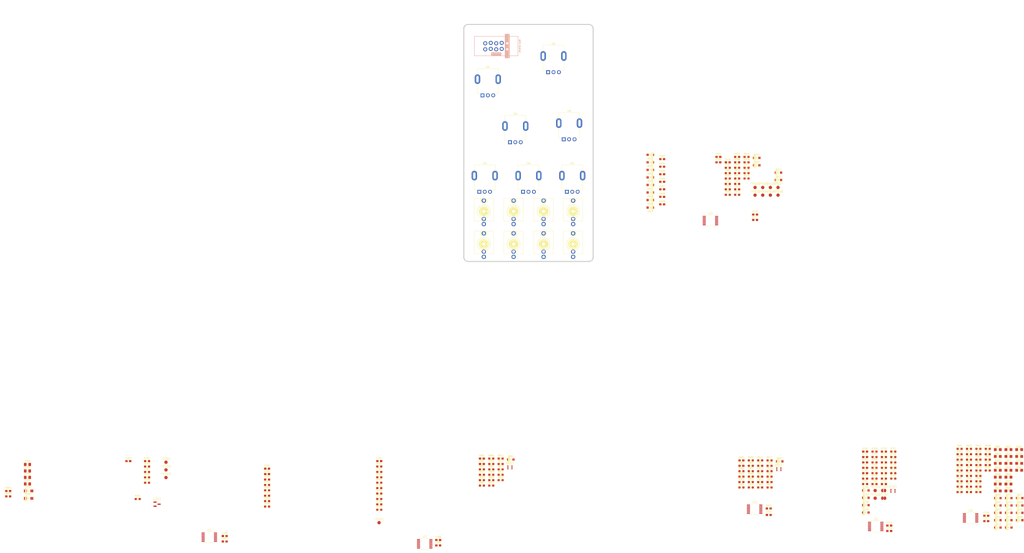
<source format=kicad_pcb>
(kicad_pcb (version 20221018) (generator pcbnew)
  (title_block (title "Neptune") (date "2023-07-20") (rev "v0") (company "Winterbloom") (comment 1 "Carson Walls") (comment 2 "CERN-OHL-P v2") (comment 3 "neptune.wntr.dev"))
  (layers (0 "F.Cu" signal) (1 "In1.Cu" signal) (2 "In2.Cu" signal) (31 "B.Cu" signal) (34 "B.Paste" user) (35 "F.Paste" user) (36 "B.SilkS" user "B.Silkscreen") (37 "F.SilkS" user "F.Silkscreen") (38 "B.Mask" user) (39 "F.Mask" user) (44 "Edge.Cuts" user))
  (net 0 "")
  (net 1 "+12V")
  (net 2 "GND")
  (net 3 "-12V")
  (net 4 "/Power/2.5v unbuffered")
  (net 5 "/Filter Core/LOW_PASS_IN")
  (net 6 "Net-(U1C--)")
  (net 7 "Net-(U1D-+)")
  (net 8 "/Cutoff CV Driver/CUTOFF_OUT")
  (net 9 "Net-(U2B--)")
  (net 10 "Net-(D503-A)")
  (net 11 "Net-(U3B--)")
  (net 12 "Net-(D510-K)")
  (net 13 "Net-(U3C--)")
  (net 14 "Net-(D503-K)")
  (net 15 "/Filter Core/RESONANCE_IN")
  (net 16 "Net-(D504-K)")
  (net 17 "/Filter Core/HIGH_PASS_IN")
  (net 18 "Net-(D505-K)")
  (net 19 "Net-(D506-K)")
  (net 20 "Net-(D507-K)")
  (net 21 "Net-(D508-K)")
  (net 22 "Net-(D509-K)")
  (net 23 "Net-(C510-Pad1)")
  (net 24 "Net-(U3D--)")
  (net 25 "/LED Drivers/RESONANCE_CV_IN")
  (net 26 "Net-(U4A--)")
  (net 27 "Net-(U4C--)")
  (net 28 "Net-(U5A-+)")
  (net 29 "/Filter Core/OUT")
  (net 30 "Net-(C702-Pad1)")
  (net 31 "Net-(C703-Pad1)")
  (net 32 "/Instability VCA/INSTABILITY_CV_OUT")
  (net 33 "Net-(U5C--)")
  (net 34 "Net-(C705-Pad1)")
  (net 35 "Net-(U5D--)")
  (net 36 "Net-(C801-Pad1)")
  (net 37 "Net-(U2C--)")
  (net 38 "Net-(U2D--)")
  (net 39 "Net-(C802-Pad2)")
  (net 40 "Net-(D201-A)")
  (net 41 "Net-(D202-K)")
  (net 42 "Net-(D501-K)")
  (net 43 "Net-(D501-A)")
  (net 44 "Net-(D502-K)")
  (net 45 "Net-(D502-A)")
  (net 46 "Net-(D601-K)")
  (net 47 "-8VREF")
  (net 48 "Net-(D701-K)")
  (net 49 "Net-(D701-A)")
  (net 50 "Net-(D702-K)")
  (net 51 "/Cutoff CV Driver/INSTABILITY_IN")
  (net 52 "Net-(D801-K)")
  (net 53 "Net-(D901-K)")
  (net 54 "Net-(D901-A)")
  (net 55 "Net-(D902-K)")
  (net 56 "Net-(D903-K)")
  (net 57 "Net-(D904-K)")
  (net 58 "Net-(D905-K)")
  (net 59 "Net-(D906-K)")
  (net 60 "Net-(D906-A)")
  (net 61 "Net-(D907-A)")
  (net 62 "Net-(D908-K)")
  (net 63 "Net-(D909-A)")
  (net 64 "Net-(D910-K)")
  (net 65 "Net-(D911-K)")
  (net 66 "Net-(D911-A)")
  (net 67 "Net-(D912-K)")
  (net 68 "Net-(D913-K)")
  (net 69 "Net-(D914-K)")
  (net 70 "Net-(D915-K)")
  (net 71 "Net-(D916-K)")
  (net 72 "Net-(D917-K)")
  (net 73 "Net-(D918-K)")
  (net 74 "Net-(D918-A)")
  (net 75 "Net-(D919-K)")
  (net 76 "Net-(D920-K)")
  (net 77 "Net-(D921-K)")
  (net 78 "Net-(D922-K)")
  (net 79 "Net-(D923-K)")
  (net 80 "Net-(D924-K)")
  (net 81 "Net-(D925-K)")
  (net 82 "Net-(D925-A)")
  (net 83 "Net-(D926-K)")
  (net 84 "Net-(D927-A)")
  (net 85 "Net-(D928-K)")
  (net 86 "Net-(D929-A)")
  (net 87 "Net-(D930-K)")
  (net 88 "Net-(D931-A)")
  (net 89 "Net-(D932-K)")
  (net 90 "Net-(FB201-Pad2)")
  (net 91 "Net-(FB202-Pad2)")
  (net 92 "Net-(J301-Tip)")
  (net 93 "Net-(J302-Tip)")
  (net 94 "Net-(J401-Tip)")
  (net 95 "Net-(J402-Tip)")
  (net 96 "/Resonance VCA/Resonance_CV")
  (net 97 "Net-(J701-Tip)")
  (net 98 "Net-(J801-Tip)")
  (net 99 "Net-(J801-Tip_normalize)")
  (net 100 "Net-(J802-Tip)")
  (net 102 "Net-(JP701-B)")
  (net 103 "Net-(Q601-E-Pad1)")
  (net 104 "Net-(Q601-B-Pad2)")
  (net 105 "Net-(Q601-C-Pad3)")
  (net 106 "Net-(Q601-B-Pad5)")
  (net 107 "Net-(Q601-C-Pad6)")
  (net 108 "Net-(Q701-E-Pad1)")
  (net 109 "Net-(Q701-B-Pad2)")
  (net 110 "Net-(Q701-C-Pad3)")
  (net 111 "Net-(Q701-B-Pad5)")
  (net 112 "Net-(Q701-C-Pad6)")
  (net 113 "Net-(Q801-E-Pad1)")
  (net 114 "Net-(Q801-B-Pad2)")
  (net 115 "Net-(Q801-C-Pad3)")
  (net 116 "Net-(Q801-B-Pad5)")
  (net 117 "Net-(Q801-C-Pad6)")
  (net 118 "Net-(U1A--)")
  (net 119 "Net-(R203-Pad2)")
  (net 120 "Net-(U1B--)")
  (net 121 "+8VREF")
  (net 122 "Net-(R301-Pad1)")
  (net 123 "Net-(R304-Pad1)")
  (net 124 "Net-(R401-Pad1)")
  (net 125 "Net-(R402-Pad2)")
  (net 126 "Net-(U2A--)")
  (net 127 "Net-(R404-Pad1)")
  (net 128 "/Cutoff CV Driver/FM1_OUT")
  (net 129 "Net-(R407-Pad2)")
  (net 130 "Net-(U3A-+)")
  (net 131 "Net-(U3C-+)")
  (net 132 "Net-(R515-Pad2)")
  (net 133 "Net-(R516-Pad2)")
  (net 134 "/Resonance VCA/Resonance_Offset")
  (net 135 "Net-(R602-Pad1)")
  (net 136 "Net-(U4B-+)")
  (net 137 "Net-(U4B--)")
  (net 138 "/Resonance VCA/Resonance_Potentiometer")
  (net 139 "Net-(U4C-+)")
  (net 140 "Net-(U5A--)")
  (net 141 "Net-(R703-Pad1)")
  (net 142 "Net-(U5B--)")
  (net 143 "Net-(R709-Pad1)")
  (net 144 "Net-(R711-Pad2)")
  (net 145 "Net-(U5D-+)")
  (net 146 "Net-(U2D-+)")
  (net 147 "Net-(U4D--)")
  (net 148 "Net-(U6A--)")
  (net 149 "Net-(U6B--)")
  (net 150 "Net-(U6D--)")
  (net 151 "Net-(U6C--)")
  (footprint "winterbloom:C_0603_HandSolder" (layer "F.Cu") (at 292.975 280.78)
    (fp_text reference "C217")
    (fp_text value "100n")
  )
  (footprint "winterbloom:R_0603_HandSolder" (layer "F.Cu") (at 284.9625 264.78)
    (fp_text reference "R917")
    (fp_text value "1k5")
  )
  (footprint "Jumper:SolderJumper-2_P1.3mm_Open_RoundedPad1.0x1.5mm" (layer "F.Cu") (at 245.4 266.575)
    (fp_text reference "JP701")
    (fp_text value "SolderJumper_2_Open")
  )
  (footprint "winterbloom:R_0603_HandSolder" (layer "F.Cu") (at -40.5 273.995)
    (fp_text reference "R306")
    (fp_text value "1k")
  )
  (footprint "TestPoint:TestPoint_Pad_D1.5mm" (layer "F.Cu") (at 192.8625 125.92)
    (fp_text reference "TP505")
    (fp_text value "~")
  )
  (footprint "winterbloom:R_0603_HandSolder" (layer "F.Cu") (at 63.4375 256.74)
    (fp_text reference "R807")
    (fp_text value "100R")
  )
  (footprint "winterbloom:R_0603_HandSolder" (layer "F.Cu") (at -96.15 252.915)
    (fp_text reference "R202")
    (fp_text value "100k")
  )
  (footprint "winterbloom:R_0603_HandSolder" (layer "F.Cu") (at 284.9625 247.21)
    (fp_text reference "R910")
    (fp_text value "1k5")
  )
  (footprint "winterbloom:C_0805_HandSolder" (layer "F.Cu") (at -151.625 254.455)
    (fp_text reference "C201")
    (fp_text value "10u")
  )
  (footprint "winterbloom:LED_0805_Kingbright_APT2012" (layer "F.Cu") (at 303.2625 266.755)
    (fp_text reference "D924")
    (fp_text value "RED" hide)
  )
  (footprint "winterbloom:AudioJack_WQP518MA_Compact_S" (layer "F.Cu") (at 73.8 137)
    (fp_text reference "J701" hide)
    (fp_text value "~")
  )
  (footprint "winterbloom:C_0603_HandSolder" (layer "F.Cu") (at 142.7 112.75)
    (fp_text reference "C503")
    (fp_text value "1n")
  )
  (footprint "winterbloom:C_0603_HandSolder" (layer "F.Cu") (at -40.5 258.935)
    (fp_text reference "C302")
    (fp_text value "1n")
  )
  (footprint "winterbloom:R_0603_HandSolder" (layer "F.Cu") (at 67.7875 251.72)
    (fp_text reference "R811")
    (fp_text value "10k")
  )
  (footprint "winterbloom:R_0603_HandSolder" (layer "F.Cu") (at 181.8125 111.72)
    (fp_text reference "R515")
    (fp_text value "1k")
  )
  (footprint "winterbloom:R_0603_HandSolder" (layer "F.Cu") (at 280.6125 267.29)
    (fp_text reference "R909")
    (fp_text value "5k6")
  )
  (footprint "winterbloom:R_0603_HandSolder" (layer "F.Cu") (at 284.9625 259.76)
    (fp_text reference "R915")
    (fp_text value "10k")
  )
  (footprint "winterbloom:R_0603_HandSolder" (layer "F.Cu") (at 188.1375 252.575)
    (fp_text reference "R611")
    (fp_text value "100k")
  )
  (footprint "winterbloom:AudioJack_WQP518MA_Compact_S" (layer "F.Cu") (at 87.7 137)
    (fp_text reference "J401" hide)
    (fp_text value "~")
  )
  (footprint "winterbloom:R_0603_HandSolder" (layer "F.Cu") (at 289.3125 254.74)
    (fp_text reference "R922")
    (fp_text value "33k")
  )
  (footprint "winterbloom:R_0603_HandSolder" (layer "F.Cu") (at 188.1375 265.125)
    (fp_text reference "R616")
    (fp_text value "100R")
  )
  (footprint "winterbloom:R_0603_HandSolder" (layer "F.Cu") (at 249.85 258.525)
    (fp_text reference "R721")
    (fp_text value "220k")
  )
  (footprint "TestPoint:TestPoint_Pad_D1.5mm" (layer "F.Cu") (at 196.4125 129.47)
    (fp_text reference "TP508")
    (fp_text value "~")
  )
  (footprint "winterbloom:D_SOD-323" (layer "F.Cu") (at 137.2 135.25 180)
    (fp_text reference "D510")
    (fp_text value "BAS315" hide)
  )
  (footprint "winterbloom:R_0603_HandSolder" (layer "F.Cu") (at -40.5 263.955)
    (fp_text reference "R302")
    (fp_text value "100k")
  )
  (footprint "winterbloom:R_0603_HandSolder" (layer "F.Cu") (at 245.5 261.035)
    (fp_text reference "R715")
    (fp_text value "100R")
  )
  (footprint "winterbloom:C_0603_HandSolder" (layer "F.Cu") (at 59.0875 251.72)
    (fp_text reference "C801")
    (fp_text value "330p")
  )
  (footprint "winterbloom:R_0603_HandSolder" (layer "F.Cu") (at 11.5 275.485)
    (fp_text reference "R409")
    (fp_text value "68k")
  )
  (footprint "Jumper:SolderJumper-2_P1.3mm_Bridged_RoundedPad1.0x1.5mm" (layer "F.Cu") (at 245.4 270.125)
    (fp_text reference "JP702")
    (fp_text value "SolderJumper_2_Bridged")
  )
  (footprint "winterbloom:R_0603_HandSolder" (layer "F.Cu") (at 192.4875 262.615)
    (fp_text reference "R621")
    (fp_text value "33k")
  )
  (footprint "TestPoint:TestPoint_Pad_D1.5mm" (layer "F.Cu") (at 192.8625 129.47)
    (fp_text reference "TP506")
    (fp_text value "~")
  )
  (footprint "winterbloom:R_0603_HandSolder" (layer "F.Cu") (at 241.15 258.525)
    (fp_text reference "R707")
    (fp_text value "39k")
  )
  (footprint "winterbloom:R_0603_HandSolder" (layer "F.Cu") (at 67.7875 254.23)
    (fp_text reference "R812")
    (fp_text value "10k")
  )
  (footprint "winterbloom:D_SOD-323" (layer "F.Cu") (at 298.3625 283.745)
    (fp_text reference "D912")
    (fp_text value "BAS315" hide)
  )
  (footprint "winterbloom:C_0603_HandSolder" (layer "F.Cu") (at 292.975 278.27)
    (fp_text reference "C216")
    (fp_text value "100n")
  )
  (footprint "winterbloom:Potentiometer_Alpha_R0904N" (layer "F.Cu") (at 99.55 96.05)
    (fp_text reference "RV402")
    (fp_text value "10k")
  )
  (footprint "winterbloom:C_0603_HandSolder" (layer "F.Cu") (at 236.8 258.525)
    (fp_text reference "C705")
    (fp_text value "68p")
  )
  (footprint "winterbloom:D_SOD-323" (layer "F.Cu") (at 137.2 128.25 180)
    (fp_text reference "D508")
    (fp_text value "BAS315" hide)
  )
  (footprint "winterbloom:R_0603_HandSolder" (layer "F.Cu") (at 280.6125 259.76)
    (fp_text reference "R906")
    (fp_text value "1k")
  )
  (footprint "winterbloom:C_0603_HandSolder" (layer "F.Cu") (at 179.4375 252.575)
    (fp_text reference "C601")
    (fp_text value "330p")
  )
  (footprint "winterbloom:D_SOD-323" (layer "F.Cu") (at 308.4625 280.325)
    (fp_text reference "D930")
    (fp_text value "BAS315" hide)
  )
  (footprint "winterbloom:R_0603_HandSolder" (layer "F.Cu") (at 280.6125 252.23)
    (fp_text reference "R903")
    (fp_text value "5k6")
  )
  (footprint "winterbloom:LED_0805_Kingbright_APT2012" (layer "F.Cu") (at 308.2125 253.955)
    (fp_text reference "D931")
    (fp_text value "BLUE" hide)
  )
  (footprint "winterbloom:R_0603_HandSolder" (layer "F.Cu") (at 173.1125 121.76)
    (fp_text reference "R503")
    (fp_text value "330k")
  )
  (footprint "winterbloom:R_0603_HandSolder" (layer "F.Cu") (at 249.85 253.505)
    (fp_text reference "R719")
    (fp_text value "3k9")
  )
  (footprint "winterbloom:R_0603_HandSolder" (layer "F.Cu") (at 181.8125 119.25)
    (fp_text reference "R518")
    (fp_text value "68k")
  )
  (footprint "winterbloom:C_0805_HandSolder" (layer "F.Cu") (at -151.625 260.475)
    (fp_text reference "C203")
    (fp_text value "10u")
  )
  (footprint "winterbloom:D_SOD-323" (layer "F.Cu") (at 137.2 131.75 180)
    (fp_text reference "D509")
    (fp_text value "BAS315" hide)
  )
  (footprint "winterbloom:R_0603_HandSolder" (layer "F.Cu") (at 241.15 248.485)
    (fp_text reference "R703")
    (fp_text value "10k")
  )
  (footprint "winterbloom:R_0603_HandSolder" (layer "F.Cu") (at 284.9625 252.23)
    (fp_text reference "R912")
    (fp_text value "1k")
  )
  (footprint "winterbloom:R_0603_HandSolder" (layer "F.Cu") (at 192.4875 260.105)
    (fp_text reference "R620")
    (fp_text value "3k9")
  )
  (footprint "winterbloom:C_0603_HandSolder" (layer "F.Cu") (at -60.1625 287.69)
    (fp_text reference "C206")
    (fp_text value "100n")
  )
  (footprint "winterbloom:Potentiometer_Alpha_R0904N" (layer "F.Cu") (at 80.7 120.4)
    (fp_text reference "RV302")
    (fp_text value "10k")
  )
  (footprint "winterbloom:R_0603_HandSolder" (layer "F.Cu") (at 284.9625 254.74)
    (fp_text reference "R913")
    (fp_text value "10k")
  )
  (footprint "winterbloom:Potentiometer_Alpha_R0904N" (layer "F.Cu") (at 74.6 97.4)
    (fp_text reference "RV701")
    (fp_text value "10k")
  )
  (footprint "winterbloom:D_SOD-323" (layer "F.Cu") (at 303.4125 283.745)
    (fp_text reference "D923")
    (fp_text value "BAS315" hide)
  )
  (footprint "winterbloom:C_0603_HandSolder" (layer "F.Cu") (at 247.975 285.33)
    (fp_text reference "C215")
    (fp_text value "100n")
  )
  (footprint "winterbloom:R_0603_HandSolder" (layer "F.Cu") (at 11.5 262.935)
    (fp_text reference "R404")
    (fp_text value "100k")
  )
  (footprint "winterbloom:C_0603_HandSolder" (layer "F.Cu") (at -40.5 256.425)
    (fp_text reference "C301")
    (fp_text value "1n")
  )
  (footprint "winterbloom:LED_0805_Kingbright_APT2012" (layer "F.Cu") (at 298.3125 257.155)
    (fp_text reference "D906")
    (fp_text value "BLUE" hide)
  )
  (footprint "TestPoint:TestPoint_Pad_D1.5mm" (layer "F.Cu") (at 189.3125 129.47)
    (fp_text reference "TP504")
    (fp_text value "~")
  )
  (footprint "winterbloom:R_0603_HandSolder" (layer "F.Cu") (at 284.9625 249.72)
    (fp_text reference "R911")
    (fp_text value "1.2k")
  )
  (footprint "winterbloom:R_0603_HandSolder" (layer "F.Cu") (at 236.8 263.545)
    (fp_text reference "R702")
    (fp_text value "100k")
  )
  (footprint "winterbloom:R_0603_HandSolder" (layer "F.Cu") (at 181.8125 114.23)
    (fp_text reference "R516")
    (fp_text value "1k")
  )
  (footprint "winterbloom:R_0603_HandSolder" (layer "F.Cu") (at 63.4375 261.76)
    (fp_text reference "R809")
    (fp_text value "20k")
  )
  (footprint "winterbloom:D_SOD-323" (layer "F.Cu") (at 137.2 114.25 180)
    (fp_text reference "D504")
    (fp_text value "BAS315" hide)
  )
  (footprint "winterbloom:C_0603_HandSolder" (layer "F.Cu") (at 38.8375 289.52)
    (fp_text reference "C208")
    (fp_text value "100n")
  )
  (footprint "winterbloom:R_0603_HandSolder" (layer "F.Cu") (at -96.15 255.425)
    (fp_text reference "R203")
    (fp_text value "1k")
  )
  (footprint "winterbloom:D_SOD-323" (layer "F.Cu") (at 237.15 266.51)
    (fp_text reference "D701")
    (fp_text value "BAS315" hide)
  )
  (footprint "winterbloom:R_0603_HandSolder" (layer "F.Cu") (at 59.0875 256.74)
    (fp_text reference "R801")
    (fp_text value "39k")
  )
  (footprint "winterbloom:D_SOD-323" (layer "F.Cu") (at 137.2 121.25 180)
    (fp_text reference "D506")
    (fp_text value "BAS315" hide)
  )
  (footprint "TestPoint:TestPoint_Pad_D1.5mm" (layer "F.Cu") (at 241.45 270.125)
    (fp_text reference "TP702")
    (fp_text value "~")
  )
  (footprint "winterbloom:R_0603_HandSolder" (layer "F.Cu") (at 293.6625 249.72)
    (fp_text reference "R929")
    (fp_text value "1k5")
  )
  (footprint "winterbloom:LED_0805_Kingbright_APT2012" (layer "F.Cu") (at 298.3125 263.555)
    (fp_text reference "D910")
    (fp_text value "BLUE" hide)
  )
  (footprint "winterbloom:R_0603_HandSolder" (layer "F.Cu") (at 59.0875 261.76)
    (fp_text reference "R803")
    (fp_text value "68k")
  )
  (footprint "winterbloom:R_0603_HandSolder" (layer "F.Cu") (at -40.5 271.485)
    (fp_text reference "R305")
    (fp_text value "100k")
  )
  (footprint "winterbloom:C_0603_HandSolder" (layer "F.Cu") (at 11.5 252.895)
    (fp_text reference "C401")
    (fp_text value "100p")
  )
  (footprint "winterbloom:LED_0805_Kingbright_APT2012" (layer "F.Cu") (at 308.2125 247.555)
    (fp_text reference "D925")
    (fp_text value "BLUE" hide)
  )
  (footprint "winterbloom:R_0603_HandSolder" (layer "F.Cu") (at 59.0875 259.25)
    (fp_text reference "R802")
    (fp_text value "68k")
  )
  (footprint "winterbloom:D_SOD-323" (layer "F.Cu") (at 303.4125 276.905)
    (fp_text reference "D919")
    (fp_text value "BAS315" hide)
  )
  (footprint "winterbloom:R_0603_HandSolder" (layer "F.Cu") (at 245.5 253.505)
    (fp_text reference "R712")
    (fp_text value "100k")
  )
  (footprint "Package_TO_SOT_SMD:SOT-23" (layer "F.Cu") (at -91.53 272.905)
    (fp_text reference "U201")
    (fp_text value "TL431A")
  )
  (footprint "winterbloom:R_0603_HandSolder" (layer "F.Cu") (at -40.5 268.975)
    (fp_text reference "R304")
    (fp_text value "5k6")
  )
  (footprint "winterbloom:R_0603_HandSolder" (layer "F.Cu") (at 173.1125 126.78)
    (fp_text reference "R505")
    (fp_text value "100k")
  )
  (footprint "TestPoint:TestPoint_Pad_D1.5mm" (layer "F.Cu") (at 196.4125 125.92)
    (fp_text reference "TP507")
    (fp_text value "~")
  )
  (footprint "winterbloom:C_0603_HandSolder" (layer "F.Cu") (at -104.85 252.915)
    (fp_text reference "C205")
    (fp_text value "100n")
  )
  (footprint "winterbloom:C_0603_HandSolder" (layer "F.Cu") (at 179.4375 255.085)
    (fp_text reference "C602")
    (fp_text value "68p")
  )
  (footprint "winterbloom:R_0603_HandSolder" (layer "F.Cu") (at 293.6625 247.21)
    (fp_text reference "R928")
    (fp_text value "100k")
  )
  (footprint "TestPoint:TestPoint_Pad_D1.5mm" (layer "F.Cu") (at -87.39 256.985)
    (fp_text reference "TP202")
    (fp_text value "~")
  )
  (footprint "winterbloom:R_0603_HandSolder" (layer "F.Cu") (at 249.85 261.035)
    (fp_text reference "R722")
    (fp_text value "1k")
  )
  (footprint "winterbloom:R_0603_HandSolder" (layer "F.Cu") (at 63.4375 259.25)
    (fp_text reference "R808")
    (fp_text value "100R")
  )
  (footprint "winterbloom:R_0603_HandSolder" (layer "F.Cu") (at -40.5 261.445)
    (fp_text reference "R301")
    (fp_text value "5k6")
  )
  (footprint "winterbloom:C_0603_HandSolder" (layer "F.Cu") (at 142.7 133.75)
    (fp_text reference "C509")
    (fp_text value "1n")
  )
  (footprint "winterbloom:D_SOD-323" (layer "F.Cu") (at 197.1875 253.03)
    (fp_text reference "D601")
    (fp_text value "BAS315" hide)
  )
  (footprint "winterbloom:LED_0805_Kingbright_APT2012" (layer "F.Cu") (at 298.3125 260.355)
    (fp_text reference "D908")
    (fp_text value "BLUE" hide)
  )
  (footprint "winterbloom:D_SOD-323" (layer "F.Cu") (at 186.5125 112.175)
    (fp_text reference "D501")
    (fp_text value "BAS315" hide)
  )
  (footprint "winterbloom:D_SOD-323" (layer "F.Cu") (at 303.4125 280.325)
    (fp_text reference "D921")
    (fp_text value "BAS315" hide)
  )
  (footprint "winterbloom:AudioJack_WQP518MA_Compact_S" (layer "F.Cu") (at 60 137)
    (fp_text reference "J601" hide)
    (fp_text value "~")
  )
  (footprint "winterbloom:R_0603_HandSolder" (layer "F.Cu") (at 192.4875 252.575)
    (fp_text reference "R617")
    (fp_text value "20k")
  )
  (footprint "winterbloom:R_0603_HandSolder" (layer "F.Cu") (at 245.5 258.525)
    (fp_text reference "R714")
    (fp_text value "10k")
  )
  (footprint "winterbloom:R_0603_HandSolder" (layer "F.Cu") (at 59.0875 264.27)
    (fp_text reference "R804")
    (fp_text value "1k")
  )
  (footprint "winterbloom:R_0603_HandSolder" (layer "F.Cu") (at 280.6125 264.78)
    (fp_text reference "R908")
    (fp_text value "10k")
  )
  (footprint "winterbloom:R_0603_HandSolder" (layer "F.Cu") (at 241.15 263.545)
    (fp_text reference "R709")
    (fp_text value "5k6")
  )
  (footprint "winterbloom:D_SOD-323" (layer "F.Cu") (at 137.2 117.75 180)
    (fp_text reference "D505")
    (fp_text value "BAS315" hide)
  )
  (footprint "winterbloom:D_SOD-323" (layer "F.Cu") (at 72.4875 252.175)
    (fp_text reference "D801")
    (fp_text value "BAS315" hide)
  )
  (footprint "winterbloom:Potentiometer_Alpha_R0904N" (layer "F.Cu") (at 61.85 75.65)
    (fp_text reference "RV601")
    (fp_text value "10k")
  )
  (footprint "Package_SO:TSSOP-14_4.4x5mm_P0.65mm" (layer "F.Cu") (at 32.5625 291.3)
    (fp_text reference "U2")
    (fp_text value "TL074")
  )
  (footprint "winterbloom:R_0603_HandSolder" (layer "F.Cu") (at 293.6625 252.23)
    (fp_text reference "R930")
    (fp_text value "1k5")
  )
  (footprint "winterbloom:C_0603_HandSolder" (layer "F.Cu") (at 247.975 282.82)
    (fp_text reference "C214")
    (fp_text value "100n")
  )
  (footprint "winterbloom:R_0603_HandSolder" (layer "F.Cu") (at 241.15 256.015)
    (fp_text reference "R706")
    (fp_text value "39k")
  )
  (footprint "winterbloom:D_SOD-323" (layer "F.Cu") (at 303.4125 273.485)
    (fp_text reference "D916")
    (fp_text value "BAS315" hide)
  )
  (footprint "winterbloom:AudioJack_WQP518MA_Compact_S" (layer "F.Cu") (at 87.7 152.2)
    (fp_text reference "J801" hide)
    (fp_text value "~")
  )
  (footprint "winterbloom:R_0603_HandSolder" (layer "F.Cu") (at 293.6625 254.74)
    (fp_text reference "R931")
    (fp_text value "1k")
  )
  (footprint "Package_SO:TSSOP-14_4.4x5mm_P0.65mm" (layer "F.Cu") (at 165.0625 141.3)
    (fp_text reference "U3")
    (fp_text value "TL074")
  )
  (footprint "winterbloom:LED_0805_Kingbright_APT2012" (layer "F.Cu") (at 298.3125 253.955)
    (fp_text reference "D905")
    (fp_text value "BLUE" hide)
  )
  (footprint "winterbloom:C_0603_HandSolder" (layer "F.Cu") (at 236.8 250.995)
    (fp_text reference "C702")
    (fp_text value "220p")
  )
  (footprint "winterbloom:R_0603_HandSolder" (layer "F.Cu") (at 236.8 261.035)
    (fp_text reference "R701")
    (fp_text value "10k")
  )
  (footprint "winterbloom:D_SOD-323" (layer "F.Cu") (at 137.2 110.75 180)
    (fp_text reference "D503")
    (fp_text value "BAS315" hide)
  )
  (footprint "winterbloom:R_0603_HandSolder" (layer "F.Cu") (at 181.8125 116.74)
    (fp_text reference "R517")
    (fp_text value "3k9")
  )
  (footprint "winterbloom:R_0603_HandSolder" (layer "F.Cu") (at 284.9625 262.27)
    (fp_text reference "R916")
    (fp_text value "1.8k")
  )
  (footprint "winterbloom:R_0603_HandSolder" (layer "F.Cu") (at 183.7875 257.595)
    (fp_text reference "R607")
    (fp_text value "100k")
  )
  (footprint "winterbloom:R_0603_HandSolder" (layer "F.Cu") (at 177.4625 116.74)
    (fp_text reference "R509")
    (fp_text value "20k")
  )
  (footprint "winterbloom:R_0603_HandSolder" (layer "F.Cu") (at 289.3125 267.29)
    (fp_text reference "R927")
    (fp_text value "100k")
  )
  (footprint "winterbloom:R_0603_HandSolder" (layer "F.Cu") (at 183.7875 262.615)
    (fp_text reference "R609")
    (fp_text value "100k")
  )
  (footprint "winterbloom:R_0603_HandSolder" (layer "F.Cu") (at 11.5 265.445)
    (fp_text reference "R405")
    (fp_text value "68k")
  )
  (footprint "winterbloom:D_SOD-323" (layer "F.Cu") (at 237.15 269.93)
    (fp_text reference "D702")
    (fp_text value "BAS315" hide)
  )
  (footprint "winterbloom:R_0603_HandSolder" (layer "F.Cu") (at 183.7875 265.125)
    (fp_text reference "R610")
    (fp_text value "100k")
  )
  (footprint "winterbloom:R_0603_HandSolder" (layer "F.Cu") (at 11.5 267.955)
    (fp_text reference "R406")
    (fp_text value "33k")
  )
  (footprint "winterbloom:C_0603_HandSolder" (layer "F.Cu") (at 142.7 123.25)
    (fp_text reference "C506")
    (fp_text value "1n")
  )
  (footprint "winterbloom:D_SOD-323" (layer "F.Cu") (at 298.3625 276.905)
    (fp_text reference "D907")
    (fp_text value "BAS315" hide)
  )
  (footprint "winterbloom:D_SOD-323" (layer "F.Cu") (at 298.3625 280.325)
    (fp_text reference "D909")
    (fp_text value "BAS315" hide)
  )
  (footprint "winterbloom:R_0603_HandSolder" (layer "F.Cu") (at 173.1125 124.27)
    (fp_text reference "R504")
    (fp_text value "5k6")
  )
  (footprint "winterbloom:R_0603_HandSolder" (layer "F.Cu") (at -96.15 262.955)
    (fp_text reference "R206")
    (fp_text value "220k")
  )
  (footprint "winterbloom:R_0603_HandSolder" (layer "F.Cu") (at 192.4875 255.085)
    (fp_text reference "R618")
    (fp_text value "20k")
  )
  (footprint "winterbloom:C_0603_HandSolder" (layer "F.Cu") (at 192.1125 277.88)
    (fp_text reference "C212")
    (fp_text value "100n")
  )
  (footprint "winterbloom:R_0603_HandSolder" (layer "F.Cu") (at 192.4875 257.595)
    (fp_text reference "R619")
    (fp_text value "3k9")
  )
  (footprint "winterbloom:R_0603_HandSolder" (layer "F.Cu") (at 289.3125 262.27)
    (fp_text reference "R925")
    (fp_text value "1.2k")
  )
  (footprint "winterbloom:C_0805_HandSolder" (layer "F.Cu") (at -151.625 257.465)
    (fp_text reference "C202")
    (fp_text value "10u")
  )
  (footprint "winterbloom:R_0603_HandSolder" (layer "F.Cu") (at 241.15 253.505)
    (fp_text reference "R705")
    (fp_text value "1k")
  )
  (footprint "winterbloom:LED_0805_Kingbright_APT2012" (layer "F.Cu") (at 298.3125 266.755)
    (fp_text reference "D911")
    (fp_text value "RED" hide)
  )
  (footprint "winterbloom:R_0603_HandSolder" (layer "F.Cu") (at 177.4625 119.25)
    (fp_text reference "R510")
    (fp_text value "20k")
  )
  (footprint "winterbloom:C_0603_HandSolder" (layer "F.Cu") (at 236.8 248.485)
    (fp_text reference "C701")
    (fp_text value "220n")
  )
  (footprint "winterbloom:R_0603_HandSolder" (layer "F.Cu") (at 177.4625 121.76)
    (fp_text reference "R511")
    (fp_text value "20k")
  )
  (footprint "TestPoint:TestPoint_Pad_D1.5mm" (layer "F.Cu") (at 11.4125 281.485)
    (fp_text reference "TP401")
    (fp_text value "~")
  )
  (footprint "winterbloom:R_0603_HandSolder" (layer "F.Cu") (at 173.1125 119.25)
    (fp_text reference "R502")
    (fp_text value "1k")
  )
  (footprint "winterbloom:LED_0805_Kingbright_APT2012" (layer "F.Cu") (at 303.2625 250.755)
    (fp_text reference "D915")
    (fp_text value "RED" hide)
  )
  (footprint "winterbloom:R_0603_HandSolder" (layer "F.Cu") (at 11.5 270.465)
    (fp_text reference "R407")
    (fp_text value "33k")
  )
  (footprint "winterbloom:D_SOD-323" (layer "F.Cu") (at 196.6125 122.435)
    (fp_text reference "D512")
    (fp_text value "BAS315" hide)
  )
  (footprint "winterbloom:R_0603_HandSolder" (layer "F.Cu") (at 173.1125 129.29)
    (fp_text reference "R506")
    (fp_text value "20k")
  )
  (footprint "winterbloom:LED_0805_Kingbright_APT2012" (layer "F.Cu") (at 303.2625 253.955)
    (fp_text reference "D917")
    (fp_text value "RED" hide)
  )
  (footprint "Package_SO:TSSOP-14_4.4x5mm_P0.65mm" (layer "F.Cu") (at -67.3 288.25)
    (fp_text reference "U1")
    (fp_text value "TL074")
  )
  (footprint "winterbloom:C_0603_HandSolder" (layer "F.Cu") (at 185.7875 138.475)
    (fp_text reference "C210")
    (fp_text value "100n")
  )
  (footprint "winterbloom:R_0603_HandSolder" (layer "F.Cu") (at 293.6625 257.25)
    (fp_text reference "R932")
    (fp_text value "1k")
  )
  (footprint "winterbloom:C_0603_HandSolder" (layer "F.Cu") (at 168.7625 111.72)
    (fp_text reference "C501")
    (fp_text value "220p")
  )
  (footprint "winterbloom:R_0603_HandSolder" (layer "F.Cu") (at 280.6125 257.25)
    (fp_text reference "R905")
    (fp_text value "1.2k")
  )
  (footprint "winterbloom:R_0603_HandSolder" (layer "F.Cu") (at 181.8125 121.76)
    (fp_text reference "R519")
    (fp_text value "1k")
  )
  (footprint "TestPoint:TestPoint_Pad_D1.5mm" (layer "F.Cu") (at -87.39 253.435)
    (fp_text reference "TP201")
    (fp_text value "~")
  )
  (footprint "winterbloom:R_0603_HandSolder" (layer "F.Cu") (at 245.5 250.995)
    (fp_text reference "R711")
    (fp_text value "100k")
  )
  (footprint "winterbloom:R_0603_HandSolder" (layer "F.Cu") (at 188.1375 260.105)
    (fp_text reference "R614")
    (fp_text value "3k9")
  )
  (footprint "winterbloom:R_0603_HandSolder" (layer "F.Cu") (at 11.5 260.425)
    (fp_text reference "R403")
    (fp_text value "100k")
  )
  (footprint "winterbloom:R_0603_HandSolder" (layer "F.Cu") (at 63.4375 264.27)
    (fp_text reference "R810")
    (fp_text value "20k")
  )
  (footprint "winterbloom:D_SOD-323" (layer "F.Cu") (at 298.3625 270.065)
    (fp_text reference "D902")
    (fp_text value "BAS315" hide)
  )
  (footprint "winterbloom:R_0603_HandSolder" (layer "F.Cu") (at 179.4375 262.615)
    (fp_text reference "R603")
    (fp_text value "1k")
  )
  (footprint "winterbloom:R_0603_HandSolder" (layer "F.Cu") (at 249.85 256.015)
    (fp_text reference "R720")
    (fp_text value "220k")
  )
  (footprint "winterbloom:L_0603_HandSolder" (layer "F.Cu") (at -160.555 269.265)
    (fp_text reference "FB202")
    (fp_text value "1k @ 100MHz")
  )
  (footprint "winterbloom:R_0603_HandSolder" (layer "F.Cu") (at 11.5 255.405)
    (fp_text reference "R401")
    (fp_text value "3k9")
  )
  (footprint "winterbloom:C_0603_HandSolder" (layer "F.Cu") (at 142.7 130.25)
    (fp_text reference "C508")
    (fp_text value "1n")
  )
  (footprint "winterbloom:R_0603_HandSolder" (layer "F.Cu") (at 289.3125 247.21)
    (fp_text reference "R919")
    (fp_text value "1k")
  )
  (footprint "Package_TO_SOT_SMD:SOT-363_SC-70-6" (layer "F.Cu") (at 196.7875 256.665)
    (fp_text reference "Q601")
    (fp_text value "BCM847")
  )
  (footprint "winterbloom:C_0603_HandSolder" (layer "F.Cu") (at -60.1625 290.2)
    (fp_text reference "C207")
    (fp_text value "100n")
  )
  (footprint "winterbloom:LED_0805_Kingbright_APT2012" (layer "F.Cu") (at 298.3125 247.555)
    (fp_text reference "D901")
    (fp_text value "BLUE" hide)
  )
  (footprint "winterbloom:C_0603_HandSolder" (layer "F.Cu") (at 185.7875 140.985)
    (fp_text reference "C211")
    (fp_text value "100n")
  )
  (footprint "winterbloom:C_0603_HandSolder" (layer "F.Cu") (at 236.8 256.015)
    (fp_text reference "C704")
    (fp_text value "330p")
  )
  (footprint "winterbloom:Potentiometer_Alpha_R0904N" (layer "F.Cu") (at 60.4 120.4)
    (fp_text reference "RV301")
    (fp_text value "10k")
  )
  (footprint "TestPoint:TestPoint_Pad_D1.5mm" (layer "F.Cu") (at 185.7625 125.92)
    (fp_text reference "TP501")
    (fp_text value "~")
  )
  (footprint "Package_SO:TSSOP-14_4.4x5mm_P0.65mm" (layer "F.Cu") (at 185.5625 275.25)
    (fp_text reference "U4")
    (fp_text value "TL074")
  )
  (footprint "TestPoint:TestPoint_Pad_D1.5mm" (layer "F.Cu") (at -87.39 260.535)
    (fp_text reference "TP203")
    (fp_text value "~")
  )
  (footprint "winterbloom:D_SOD-323" (layer "F.Cu") (at 303.4125 270.065)
    (fp_text reference "D914")
    (fp_text value "BAS315" hide)
  )
  (footprint "winterbloom:Potentiometer_Alpha_R0904N" (layer "F.Cu") (at 101 120.4)
    (fp_text reference "RV403")
    (fp_text value "10k")
  )
  (footprint "winterbloom:D_SOD-323" (layer "F.Cu") (at 237.15 276.77)
    (fp_text reference "D704")
    (fp_text value "BAS315" hide)
  )
  (footprint "winterbloom:R_0603_HandSolder" (layer "F.Cu") (at 280.6125 254.74)
    (fp_text reference "R904")
    (fp_text value "1k5")
  )
  (footprint "winterbloom:D_SOD-323" (layer "F.Cu") (at 308.4625 273.485)
    (fp_text reference "D928")
    (fp_text value "BAS315" hide)
  )
  (footprint "winterbloom:D_SOD-323" (layer "F.Cu") (at 196.6125 119.015)
    (fp_text reference "D511")
    (fp_text value "BAS315" hide)
  )
  (footprint "winterbloom:R_0603_HandSolder" (layer "F.Cu") (at 177.4625 111.72)
    (fp_text reference "R507")
    (fp_text value "33k")
  )
  (footprint "winterbloom:C_0603_HandSolder" (layer "F.Cu") (at 236.8 253.505)
    (fp_text reference "C703")
    (fp_text value "220n")
  )
  (footprint "winterbloom:LED_0805_Kingbright_APT2012" (layer "F.Cu") (at 303.2625 263.555)
    (fp_text reference "D922")
    (fp_text value "BLUE" hide)
  )
  (footprint "winterbloom:D_SOD-323" (layer "F.Cu") (at 137.2 124.75 180)
    (fp_text reference "D507")
    (fp_text value "BAS315" hide)
  )
  (footprint "winterbloom:LED_0805_Kingbright_APT2012" (layer "F.Cu") (at 303.2625 257.155)
    (fp_text reference "D918")
    (fp_text value "BLUE" hide)
  )
  (footprint "winterbloom:C_0603_HandSolder" (layer "F.Cu") (at 192.1125 274.88)
    (fp_text reference "C213")
    (fp_text value "100n")
  )
  (footprint "winterbloom:R_0603_HandSolder" (layer "F.Cu") (at 11.5 257.915)
    (fp_text reference "R402")
    (fp_text value "39k")
  )
  (footprint "winterbloom:R_0603_HandSolder" (layer "F.Cu") (at 188.1375 257.595)
    (fp_text reference "R613")
    (fp_text value "10k")
  )
  (footprint "winterbloom:AudioJack_WQP518MA_Compact_S" (layer "F.Cu") (at 101.4 152.2)
    (fp_text reference "J802" hide)
    (fp_text value "~")
  )
  (footprint "winterbloom:D_SOD-323" (layer "F.Cu") (at 308.4625 276.905)
    (fp_text reference "D929")
    (fp_text value "BAS315" hide)
  )
  (footprint "TestPoint:TestPoint_Pad_D1.5mm" (layer "F.Cu") (at 189.3125 125.92)
    (fp_text reference "TP503")
    (fp_text value "~")
  )
  (footprint "winterbloom:AudioJack_WQP518MA_Compact_S" (layer "F.Cu") (at 101.4 137)
    (fp_text reference "J402" hide)
    (fp_text value "~")
  )
  (footprint "winterbloom:R_0603_HandSolder" (layer "F.Cu") (at 280.6125 249.72)
    (fp_text reference "R902")
    (fp_text value "33k")
  )
  (footprint "winterbloom:R_0603_HandSolder" (layer "F.Cu") (at 280.6125 262.27)
    (fp_text reference "R907")
    (fp_text value "10k")
  )
  (footprint "winterbloom:LED_0805_Kingbright_APT2012" (layer "F.Cu") (at 308.2125 250.755)
    (fp_text reference "D926")
    (fp_text value "RED" hide)
  )
  (footprint "winterbloom:D_SOD-323" (layer "F.Cu") (at 298.3625 273.485)
    (fp_text reference "D904")
    (fp_text value "BAS315" hide)
  )
  (footprint "winterbloom:R_0603_HandSolder" (layer "F.Cu") (at 177.4625 126.78)
    (fp_text reference "R513")
    (fp_text value "20k")
  )
  (footprint "winterbloom:R_0603_HandSolder" (layer "F.Cu") (at 241.15 261.035)
    (fp_text reference "R708")
    (fp_text value "100R")
  )
  (footprint "winterbloom:R_0603_HandSolder" (layer "F.Cu") (at 249.85 250.995)
    (fp_text reference "R718")
    (fp_text value "3k9")
  )
  (footprint "winterbloom:R_0603_HandSolder" (layer "F.Cu") (at -96.15 257.935)
    (fp_text reference "R204")
    (fp_text value "68k")
  )
  (footprint "winterbloom:D_SOD-123+SOD-123F" (layer "F.Cu") (at -151.105 270.22385)
    (fp_text reference "D202")
    (fp_text value "30V")
  )
  (footprint "winterbloom:R_0603_HandSolder" (layer "F.Cu") (at 245.5 256.015)
    (fp_text reference "R713")
    (fp_text value "1k")
  )
  (footprint "winterbloom:C_0603_HandSolder" (layer "F.Cu") (at 38.8375 292.03)
    (fp_text reference "C209")
    (fp_text value "100n")
  )
  (footprint "winterbloom:R_0603_HandSolder" (layer "F.Cu") (at 177.4625 124.27)
    (fp_text reference "R512")
    (fp_text value "20k")
  )
  (footprint "winterbloom:D_SOD-123+SOD-123F" (layer "F.Cu") (at -151.105 266.731925)
    (fp_text reference "D201")
    (fp_text value "30V")
  )
  (footprint "winterbloom:LED_0805_Kingbright_APT2012" (layer "F.Cu") (at 308.2125 257.155)
    (fp_text reference "D932")
    (fp_text value "RED" hide)
  )
  (footprint "winterbloom:R_0603_HandSolder" (layer "F.Cu") (at 183.7875 255.085)
    (fp_text reference "R606")
    (fp_text value "100k")
  )
  (footprint "winterbloom:D_SOD-323" (layer "F.Cu") (at 308.4625 270.065)
    (fp_text reference "D927")
    (fp_text value "BAS315" hide)
  )
  (footprint "winterbloom:R_0603_HandSolder" (layer "F.Cu") (at 173.1125 116.74)
    (fp_text reference "R501")
    (fp_text value "5k6")
  )
  (footprint "winterbloom:D_SOD-323" (layer "F.Cu") (at 237.15 273.35)
    (fp_text reference "D703")
    (fp_text value "BAS315" hide)
  )
  (footprint "winterbloom:R_0603_HandSolder" (layer "F.Cu") (at 289.3125 257.25)
    (fp_text reference "R923")
    (fp_text value "1.8k")
  )
  (footprint "winterbloom:C_0603_HandSolder" (layer "F.Cu") (at 168.7625 114.23)
    (fp_text reference "C502")
    (fp_text value "220p")
  )
  (footprint "winterbloom:R_0603_HandSolder" (layer "F.Cu") (at 179.4375 257.595)
    (fp_text reference "R601")
    (fp_text value "10k")
  )
  (footprint "Package_TO_SOT_SMD:SOT-363_SC-70-6" (layer "F.Cu") (at 72.0875 255.81)
    (fp_text reference "Q801")
    (fp_text value "BCM847")
  )
  (footprint "winterbloom:R_0603_HandSolder" (layer "F.Cu") (at 179.4375 265.125)
    (fp_text reference "R604")
    (fp_text value "1k")
  )
  (footprint "winterbloom:LED_0805_Kingbright_APT2012" (layer "F.Cu") (at 298.3125 250.755)
    (fp_text reference "D903")
    (fp_text value "BLUE" hide)
  )
  (footprint "winterbloom:C_0603_HandSolder" (layer "F.Cu") (at 142.7 119.75)
    (fp_text reference "C505")
    (fp_text value "1n")
  )
  (footprint "winterbloom:R_0603_HandSolder" (layer "F.Cu") (at 177.4625 129.29)
    (fp_text reference "R514")
    (fp_text value "20k")
  )
  (footprint "winterbloom:R_0603_HandSolder" (layer "F.Cu") (at 192.4875 265.125)
    (fp_text reference "R622")
    (fp_text value "33k")
  )
  (footprint "winterbloom:R_0603_HandSolder" (layer "F.Cu") (at 188.1375 255.085)
    (fp_text reference "R612")
    (fp_text value "1k")
  )
  (footprint "winterbloom:LED_0805_Kingbright_APT2012" (layer "F.Cu") (at 303.2625 247.555)
    (fp_text reference "D913")
    (fp_text value "RED" hide)
  )
  (footprint "winterbloom:R_0603_HandSolder" (layer "F.Cu") (at 289.3125 264.78)
    (fp_text reference "R926")
    (fp_text value "1k")
  )
  (footprint "winterbloom:C_0603_HandSolder" (layer "F.Cu") (at 142.7 116.25)
    (fp_text reference "C504")
    (fp_text value "1n")
  )
  (footprint "winterbloom:Potentiometer_Alpha_R0904N" (layer "F.Cu") (at 92.3 64.9)
    (fp_text reference "RV401")
    (fp_text value "10k")
  )
  (footprint "winterbloom:R_0603_HandSolder" (layer "F.Cu") (at 183.7875 260.105)
    (fp_text reference "R608")
    (fp_text value "330k")
  )
  (footprint "winterbloom:R_0603_HandSolder" (layer "F.Cu") (at 280.6125 247.21)
    (fp_text reference "R901")
    (fp_text value "10k")
  )
  (footprint "winterbloom:C_0603_HandSolder" (layer "F.Cu") (at 59.0875 254.23)
    (fp_text reference "C802")
    (fp_text value "10p")
  )
  (footprint "winterbloom:R_0603_HandSolder" (layer "F.Cu") (at 289.3125 252.23)
    (fp_text reference "R921")
    (fp_text value "330k")
  )
  (footprint "Package_SO:TSSOP-14_4.4x5mm_P0.65mm" (layer "F.Cu") (at 285.7 279.25)
    (fp_text reference "U6")
    (fp_text value "TL074")
  )
  (footprint "winterbloom:R_0603_HandSolder" (layer "F.Cu") (at -40.5 266.465)
    (fp_text reference "R303")
    (fp_text value "1k")
  )
  (footprint "winterbloom:R_0603_HandSolder" (layer "F.Cu") (at 177.4625 114.23)
    (fp_text reference "R508")
    (fp_text value "20k")
  )
  (footprint "winterbloom:R_0603_HandSolder" (layer "F.Cu") (at 249.85 248.485)
    (fp_text reference "R717")
    (fp_text value "20k")
  )
  (footprint "winterbloom:C_0805_HandSolder" (layer "F.Cu") (at -151.625 263.485)
    (fp_text reference "C204")
    (fp_text value "10u")
  )
  (footprint "winterbloom:R_0603_HandSolder" (layer "F.Cu") (at 289.3125 259.76)
    (fp_text reference "R924")
    (fp_text value "1k5")
  )
  (footprint "winterbloom:C_0603_HandSolder" (layer "F.Cu") (at 142.7 126.75)
    (fp_text reference "C507")
    (fp_text value "1n")
  )
  (footprint "winterbloom:R_0603_HandSolder" (layer "F.Cu") (at 179.4375 260.105)
    (fp_text reference "R602")
    (fp_text value "5k6")
  )
  (footprint "winterbloom:R_0603_HandSolder" (layer "F.Cu") (at -96.15 260.445)
    (fp_text reference "R205")
    (fp_text value "220k")
  )
  (footprint "winterbloom:R_0603_HandSolder" (layer "F.Cu") (at 245.5 263.545)
    (fp_text reference "R716")
    (fp_text value "20k")
  )
  (footprint "winterbloom:R_0603_HandSolder" (layer "F.Cu") (at 67.7875 259.25)
    (fp_text reference "R814")
    (fp_text value "330k")
  )
  (footprint "winterbloom:R_0603_HandSolder" (layer "F.Cu") (at 67.7875 261.76)
    (fp_text reference "R815")
    (fp_text value "1k")
  )
  (footprint "winterbloom:AudioJack_WQP518MA_Compact_S" (layer "F.Cu") (at 73.8 152.2)
    (fp_text reference "J302" hide)
    (fp_text value "~")
  )
  (footprint "winterbloom:R_0603_HandSolder" (layer "F.Cu") (at 289.3125 249.72)
    (fp_text reference "R920")
    (fp_text value "10k")
  )
  (footprint "Package_SO:TSSOP-14_4.4x5mm_P0.65mm" (layer "F.Cu") (at 241.7 283.25)
    (fp_text reference "U5")
    (fp_text value "TL074")
  )
  (footprint "winterbloom:R_0603_HandSolder" (layer "F.Cu") (at 63.4375 251.72)
    (fp_text reference "R805")
    (fp_text value "10k")
  )
  (footprint "TestPoint:TestPoint_Pad_D1.5mm" (layer "F.Cu") (at 185.7625 129.47)
    (fp_text reference "TP502")
    (fp_text value "~")
  )
  (footprint "winterbloom:AudioJack_WQP518MA_Compact_S" (layer "F.Cu") (at 60 152.2)
    (fp_text reference "J301" hide)
    (fp_text value "~")
  )
  (footprint "winterbloom:R_0603_HandSolder" (layer "F.Cu") (at 183.7875 252.575)
    (fp_text reference "R605")
    (fp_text value "1k")
  )
  (footprint "winterbloom:R_0603_HandSolder" (layer "F.Cu") (at 284.9625 257.25)
    (fp_text reference "R914")
    (fp_text value "100k")
  )
  (footprint "TestPoint:TestPoint_Pad_D1.5mm" (layer "F.Cu") (at 241.45 266.575)
    (fp_text reference "TP701")
    (fp_text value "~")
  )
  (footprint "winterbloom:C_0603_HandSolder" (layer "F.Cu") (at 173.1125 114.23)
    (fp_text reference "C510")
    (fp_text value "100p")
  )
  (footprint "winterbloom:R_0603_HandSolder" (layer "F.Cu") (at 67.7875 256.74)
    (fp_text reference "R813")
    (fp_text value "330k")
  )
  (footprint "winterbloom:R_0603_HandSolder" (layer "F.Cu") (at 245.5 248.485)
    (fp_text reference "R710")
    (fp_text value "100k")
  )
  (footprint "winterbloom:R_0603_HandSolder" (layer "F.Cu") (at -100.5 270.485)
    (fp_text reference "R201")
    (fp_text value "1k")
  )
  (footprint "Package_TO_SOT_SMD:SOT-363_SC-70-6" (layer "F.Cu") (at 249.7 266.725)
    (fp_text reference "Q701")
    (fp_text value "BCM847")
  )
  (footprint "winterbloom:R_0603_HandSolder" (layer "F.Cu") (at 284.9625 267.29)
    (fp_text reference "R918")
    (fp_text value "1.2k")
  )
  (footprint "winterbloom:R_0603_HandSolder" (layer "F.Cu") (at 63.4375 254.23)
    (fp_text reference "R806")
    (fp_text value "10k")
  )
  (footprint "winterbloom:D_SOD-323" (layer "F.Cu") (at 186.5125 115.595)
    (fp_text reference "D502")
    (fp_text value "BAS315" hide)
  )
  (footprint "winterbloom:R_0603_HandSolder" (layer "F.Cu") (at 11.5 272.975)
    (fp_text reference "R408")
    (fp_text value "10k")
  )
  (footprint "winterbloom:R_0603_HandSolder" (layer "F.Cu") (at 188.1375 262.615)
    (fp_text reference "R615")
    (fp_text value "100R")
  )
  (footprint "winterbloom:L_0603_HandSolder" (layer "F.Cu") (at -160.555 266.755)
    (fp_text reference "FB201")
    (fp_text value "1k @ 100MHz")
  )
  (footprint "winterbloom:R_0603_HandSolder" (layer "F.Cu") (at 241.15 250.995)
    (fp_text reference "R704")
    (fp_text value "1k")
  )
  (footprint "winterbloom:LED_0805_Kingbright_APT2012" (layer "F.Cu") (at 303.2625 260.355)
    (fp_text reference "D920")
    (fp_text value "BLUE" hide)
  )
  (footprint "winterbloom:Eurorack_Power_2x5_Shrouded_Lock" (layer "B.Cu") (at 70.82 61.692025 180)
    (fp_text reference "J201" hide)
    (fp_text value "Power" hide)
  )
  (gr_arc (start 110.7 158.25) (mid 110.114214 159.664214) (end 108.7 160.25) (stroke (width 0.5)) (layer "Edge.Cuts"))
  (gr_arc (start 52.7 160.25) (mid 51.285786 159.664214) (end 50.7 158.25) (stroke (width 0.5)) (layer "Edge.Cuts"))
  (gr_line (start 110.7 52.25) (end 110.7 158.25) (stroke (width 0.5)) (layer "Edge.Cuts"))
  (gr_arc (start 50.7 52.25) (mid 51.285786 50.835786) (end 52.7 50.25) (stroke (width 0.5)) (layer "Edge.Cuts"))
  (gr_line (start 108.7 160.25) (end 52.7 160.25) (stroke (width 0.5)) (layer "Edge.Cuts"))
  (gr_line (start 52.7 50.25) (end 108.7 50.25) (stroke (width 0.5)) (layer "Edge.Cuts"))
  (gr_line (start 50.7 158.25) (end 50.7 52.25) (stroke (width 0.5)) (layer "Edge.Cuts"))
  (gr_arc (start 108.7 50.25) (mid 110.114214 50.835786) (end 110.7 52.25) (stroke (width 0.5)) (layer "Edge.Cuts"))
)
</source>
